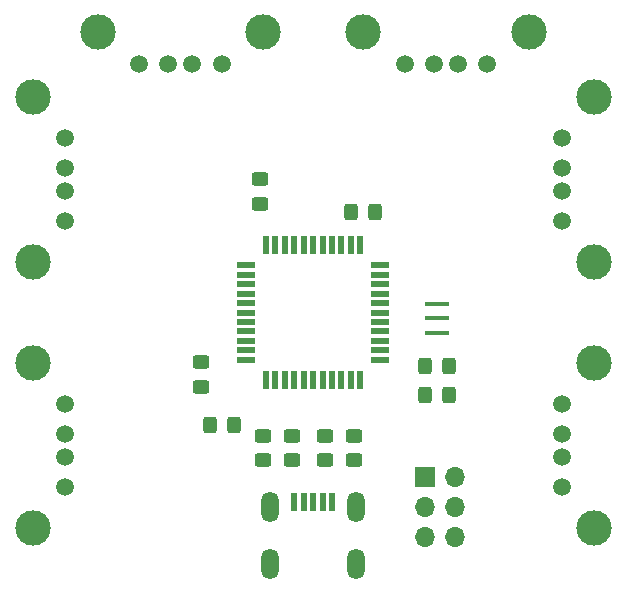
<source format=gts>
%TF.GenerationSoftware,KiCad,Pcbnew,(5.99.0-7341-g2f3ca60c5e)*%
%TF.CreationDate,2020-12-04T16:43:46+01:00*%
%TF.ProjectId,controller,636f6e74-726f-46c6-9c65-722e6b696361,rev?*%
%TF.SameCoordinates,Original*%
%TF.FileFunction,Soldermask,Top*%
%TF.FilePolarity,Negative*%
%FSLAX46Y46*%
G04 Gerber Fmt 4.6, Leading zero omitted, Abs format (unit mm)*
G04 Created by KiCad (PCBNEW (5.99.0-7341-g2f3ca60c5e)) date 2020-12-04 16:43:46*
%MOMM*%
%LPD*%
G01*
G04 APERTURE LIST*
G04 Aperture macros list*
%AMRoundRect*
0 Rectangle with rounded corners*
0 $1 Rounding radius*
0 $2 $3 $4 $5 $6 $7 $8 $9 X,Y pos of 4 corners*
0 Add a 4 corners polygon primitive as box body*
4,1,4,$2,$3,$4,$5,$6,$7,$8,$9,$2,$3,0*
0 Add four circle primitives for the rounded corners*
1,1,$1+$1,$2,$3,0*
1,1,$1+$1,$4,$5,0*
1,1,$1+$1,$6,$7,0*
1,1,$1+$1,$8,$9,0*
0 Add four rect primitives between the rounded corners*
20,1,$1+$1,$2,$3,$4,$5,0*
20,1,$1+$1,$4,$5,$6,$7,0*
20,1,$1+$1,$6,$7,$8,$9,0*
20,1,$1+$1,$8,$9,$2,$3,0*%
G04 Aperture macros list end*
%ADD10R,2.000000X0.400000*%
%ADD11C,1.500000*%
%ADD12C,3.000000*%
%ADD13RoundRect,0.250000X0.450000X-0.325000X0.450000X0.325000X-0.450000X0.325000X-0.450000X-0.325000X0*%
%ADD14R,0.550000X1.500000*%
%ADD15R,1.500000X0.550000*%
%ADD16RoundRect,0.250000X-0.325000X-0.450000X0.325000X-0.450000X0.325000X0.450000X-0.325000X0.450000X0*%
%ADD17RoundRect,0.250000X0.325000X0.450000X-0.325000X0.450000X-0.325000X-0.450000X0.325000X-0.450000X0*%
%ADD18R,1.700000X1.700000*%
%ADD19O,1.700000X1.700000*%
%ADD20RoundRect,0.250000X-0.450000X0.325000X-0.450000X-0.325000X0.450000X-0.325000X0.450000X0.325000X0*%
%ADD21R,0.500000X1.500000*%
%ADD22O,1.500000X2.600000*%
G04 APERTURE END LIST*
D10*
%TO.C,Y1*%
X10500000Y-23050000D03*
X10500000Y-24250000D03*
X10500000Y-25450000D03*
%TD*%
D11*
%TO.C,USB1*%
X-21040000Y-31500000D03*
X-21040000Y-34000000D03*
X-21040000Y-36000000D03*
X-21040000Y-38500000D03*
D12*
X-23750000Y-42000000D03*
X-23750000Y-28000000D03*
%TD*%
D13*
%TO.C,F1*%
X-4250000Y-36275000D03*
X-4250000Y-34225000D03*
%TD*%
%TO.C,R4*%
X-4500000Y-14525000D03*
X-4500000Y-12475000D03*
%TD*%
D14*
%TO.C,U1*%
X-4000000Y-29450000D03*
X-3200000Y-29450000D03*
X-2400000Y-29450000D03*
X-1600000Y-29450000D03*
X-800000Y-29450000D03*
X0Y-29450000D03*
X800000Y-29450000D03*
X1600000Y-29450000D03*
X2400000Y-29450000D03*
X3200000Y-29450000D03*
X4000000Y-29450000D03*
D15*
X5700000Y-27750000D03*
X5700000Y-26950000D03*
X5700000Y-26150000D03*
X5700000Y-25350000D03*
X5700000Y-24550000D03*
X5700000Y-23750000D03*
X5700000Y-22950000D03*
X5700000Y-22150000D03*
X5700000Y-21350000D03*
X5700000Y-20550000D03*
X5700000Y-19750000D03*
D14*
X4000000Y-18050000D03*
X3200000Y-18050000D03*
X2400000Y-18050000D03*
X1600000Y-18050000D03*
X800000Y-18050000D03*
X0Y-18050000D03*
X-800000Y-18050000D03*
X-1600000Y-18050000D03*
X-2400000Y-18050000D03*
X-3200000Y-18050000D03*
X-4000000Y-18050000D03*
D15*
X-5700000Y-19750000D03*
X-5700000Y-20550000D03*
X-5700000Y-21350000D03*
X-5700000Y-22150000D03*
X-5700000Y-22950000D03*
X-5700000Y-23750000D03*
X-5700000Y-24550000D03*
X-5700000Y-25350000D03*
X-5700000Y-26150000D03*
X-5700000Y-26950000D03*
X-5700000Y-27750000D03*
%TD*%
D16*
%TO.C,C3*%
X9475000Y-30750000D03*
X11525000Y-30750000D03*
%TD*%
D11*
%TO.C,USB2*%
X-21040000Y-9000000D03*
X-21040000Y-11500000D03*
X-21040000Y-13500000D03*
X-21040000Y-16000000D03*
D12*
X-23750000Y-19500000D03*
X-23750000Y-5500000D03*
%TD*%
D17*
%TO.C,C2*%
X-6725000Y-33250000D03*
X-8775000Y-33250000D03*
%TD*%
D11*
%TO.C,USB6*%
X21040000Y-38500000D03*
X21040000Y-36000000D03*
X21040000Y-34000000D03*
X21040000Y-31500000D03*
D12*
X23750000Y-42000000D03*
X23750000Y-28000000D03*
%TD*%
D18*
%TO.C,J2*%
X9480000Y-37710000D03*
D19*
X12020000Y-37710000D03*
X9480000Y-40250000D03*
X12020000Y-40250000D03*
X9480000Y-42790000D03*
X12020000Y-42790000D03*
%TD*%
D11*
%TO.C,USB3*%
X-7750000Y-2710000D03*
X-10250000Y-2710000D03*
X-12250000Y-2710000D03*
X-14750000Y-2710000D03*
D12*
X-18250000Y0D03*
X-4250000Y0D03*
%TD*%
D20*
%TO.C,C1*%
X3500000Y-34225000D03*
X3500000Y-36275000D03*
%TD*%
D13*
%TO.C,R2*%
X-1750000Y-36275000D03*
X-1750000Y-34225000D03*
%TD*%
%TO.C,R1*%
X1000000Y-36275000D03*
X1000000Y-34225000D03*
%TD*%
D16*
%TO.C,C4*%
X3225000Y-15250000D03*
X5275000Y-15250000D03*
%TD*%
D17*
%TO.C,R3*%
X11525000Y-28250000D03*
X9475000Y-28250000D03*
%TD*%
D13*
%TO.C,C5*%
X-9500000Y-30025000D03*
X-9500000Y-27975000D03*
%TD*%
D11*
%TO.C,USB5*%
X21040000Y-16000000D03*
X21040000Y-13500000D03*
X21040000Y-11500000D03*
X21040000Y-9000000D03*
D12*
X23750000Y-5500000D03*
X23750000Y-19500000D03*
%TD*%
D21*
%TO.C,J1*%
X-1600000Y-39750000D03*
X-800000Y-39750000D03*
X0Y-39750000D03*
X800000Y-39750000D03*
X1600000Y-39750000D03*
D22*
X-3650000Y-40200000D03*
X3650000Y-40200000D03*
X-3650000Y-45000000D03*
X3650000Y-45000000D03*
%TD*%
D11*
%TO.C,USB4*%
X14750000Y-2710000D03*
X12250000Y-2710000D03*
X10250000Y-2710000D03*
X7750000Y-2710000D03*
D12*
X4250000Y0D03*
X18250000Y0D03*
%TD*%
M02*

</source>
